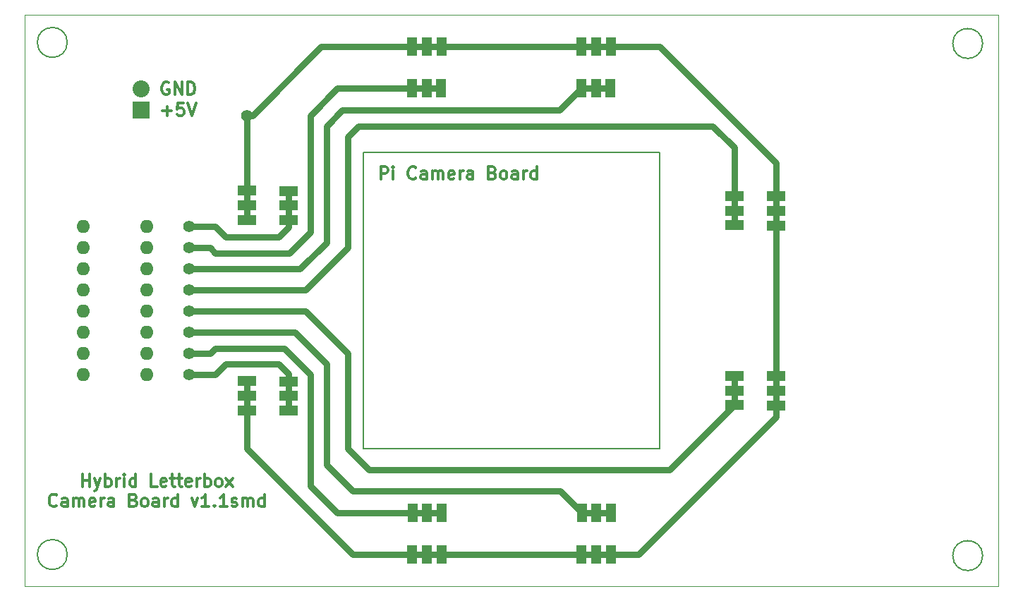
<source format=gbr>
G04 #@! TF.FileFunction,Copper,L1,Top,Signal*
%FSLAX46Y46*%
G04 Gerber Fmt 4.6, Leading zero omitted, Abs format (unit mm)*
G04 Created by KiCad (PCBNEW 4.0.1-stable) date 2016 February 23, Tuesday 14:22:00*
%MOMM*%
G01*
G04 APERTURE LIST*
%ADD10C,0.100000*%
%ADD11C,0.200000*%
%ADD12C,0.300000*%
%ADD13R,2.300000X1.150000*%
%ADD14R,1.150000X2.300000*%
%ADD15O,1.600000X1.600000*%
%ADD16R,2.032000X2.032000*%
%ADD17O,2.032000X2.032000*%
%ADD18C,1.400000*%
%ADD19C,0.800000*%
G04 APERTURE END LIST*
D10*
D11*
X201313051Y-74549000D02*
G75*
G03X201313051Y-74549000I-1796051J0D01*
G01*
X201313051Y-136017000D02*
G75*
G03X201313051Y-136017000I-1796051J0D01*
G01*
X91458051Y-135890000D02*
G75*
G03X91458051Y-135890000I-1796051J0D01*
G01*
X91458051Y-74422000D02*
G75*
G03X91458051Y-74422000I-1796051J0D01*
G01*
D10*
X86360000Y-139700000D02*
X86360000Y-71120000D01*
X203200000Y-139700000D02*
X86360000Y-139700000D01*
X203200000Y-71120000D02*
X203200000Y-139700000D01*
X86360000Y-71120000D02*
X203200000Y-71120000D01*
D12*
X93306429Y-127748571D02*
X93306429Y-126248571D01*
X93306429Y-126962857D02*
X94163572Y-126962857D01*
X94163572Y-127748571D02*
X94163572Y-126248571D01*
X94735001Y-126748571D02*
X95092144Y-127748571D01*
X95449286Y-126748571D02*
X95092144Y-127748571D01*
X94949286Y-128105714D01*
X94877858Y-128177143D01*
X94735001Y-128248571D01*
X96020715Y-127748571D02*
X96020715Y-126248571D01*
X96020715Y-126820000D02*
X96163572Y-126748571D01*
X96449286Y-126748571D01*
X96592143Y-126820000D01*
X96663572Y-126891429D01*
X96735001Y-127034286D01*
X96735001Y-127462857D01*
X96663572Y-127605714D01*
X96592143Y-127677143D01*
X96449286Y-127748571D01*
X96163572Y-127748571D01*
X96020715Y-127677143D01*
X97377858Y-127748571D02*
X97377858Y-126748571D01*
X97377858Y-127034286D02*
X97449286Y-126891429D01*
X97520715Y-126820000D01*
X97663572Y-126748571D01*
X97806429Y-126748571D01*
X98306429Y-127748571D02*
X98306429Y-126748571D01*
X98306429Y-126248571D02*
X98235000Y-126320000D01*
X98306429Y-126391429D01*
X98377857Y-126320000D01*
X98306429Y-126248571D01*
X98306429Y-126391429D01*
X99663572Y-127748571D02*
X99663572Y-126248571D01*
X99663572Y-127677143D02*
X99520715Y-127748571D01*
X99235001Y-127748571D01*
X99092143Y-127677143D01*
X99020715Y-127605714D01*
X98949286Y-127462857D01*
X98949286Y-127034286D01*
X99020715Y-126891429D01*
X99092143Y-126820000D01*
X99235001Y-126748571D01*
X99520715Y-126748571D01*
X99663572Y-126820000D01*
X102235001Y-127748571D02*
X101520715Y-127748571D01*
X101520715Y-126248571D01*
X103306429Y-127677143D02*
X103163572Y-127748571D01*
X102877858Y-127748571D01*
X102735001Y-127677143D01*
X102663572Y-127534286D01*
X102663572Y-126962857D01*
X102735001Y-126820000D01*
X102877858Y-126748571D01*
X103163572Y-126748571D01*
X103306429Y-126820000D01*
X103377858Y-126962857D01*
X103377858Y-127105714D01*
X102663572Y-127248571D01*
X103806429Y-126748571D02*
X104377858Y-126748571D01*
X104020715Y-126248571D02*
X104020715Y-127534286D01*
X104092143Y-127677143D01*
X104235001Y-127748571D01*
X104377858Y-127748571D01*
X104663572Y-126748571D02*
X105235001Y-126748571D01*
X104877858Y-126248571D02*
X104877858Y-127534286D01*
X104949286Y-127677143D01*
X105092144Y-127748571D01*
X105235001Y-127748571D01*
X106306429Y-127677143D02*
X106163572Y-127748571D01*
X105877858Y-127748571D01*
X105735001Y-127677143D01*
X105663572Y-127534286D01*
X105663572Y-126962857D01*
X105735001Y-126820000D01*
X105877858Y-126748571D01*
X106163572Y-126748571D01*
X106306429Y-126820000D01*
X106377858Y-126962857D01*
X106377858Y-127105714D01*
X105663572Y-127248571D01*
X107020715Y-127748571D02*
X107020715Y-126748571D01*
X107020715Y-127034286D02*
X107092143Y-126891429D01*
X107163572Y-126820000D01*
X107306429Y-126748571D01*
X107449286Y-126748571D01*
X107949286Y-127748571D02*
X107949286Y-126248571D01*
X107949286Y-126820000D02*
X108092143Y-126748571D01*
X108377857Y-126748571D01*
X108520714Y-126820000D01*
X108592143Y-126891429D01*
X108663572Y-127034286D01*
X108663572Y-127462857D01*
X108592143Y-127605714D01*
X108520714Y-127677143D01*
X108377857Y-127748571D01*
X108092143Y-127748571D01*
X107949286Y-127677143D01*
X109520715Y-127748571D02*
X109377857Y-127677143D01*
X109306429Y-127605714D01*
X109235000Y-127462857D01*
X109235000Y-127034286D01*
X109306429Y-126891429D01*
X109377857Y-126820000D01*
X109520715Y-126748571D01*
X109735000Y-126748571D01*
X109877857Y-126820000D01*
X109949286Y-126891429D01*
X110020715Y-127034286D01*
X110020715Y-127462857D01*
X109949286Y-127605714D01*
X109877857Y-127677143D01*
X109735000Y-127748571D01*
X109520715Y-127748571D01*
X110520715Y-127748571D02*
X111306429Y-126748571D01*
X110520715Y-126748571D02*
X111306429Y-127748571D01*
X90199287Y-130005714D02*
X90127858Y-130077143D01*
X89913572Y-130148571D01*
X89770715Y-130148571D01*
X89556430Y-130077143D01*
X89413572Y-129934286D01*
X89342144Y-129791429D01*
X89270715Y-129505714D01*
X89270715Y-129291429D01*
X89342144Y-129005714D01*
X89413572Y-128862857D01*
X89556430Y-128720000D01*
X89770715Y-128648571D01*
X89913572Y-128648571D01*
X90127858Y-128720000D01*
X90199287Y-128791429D01*
X91485001Y-130148571D02*
X91485001Y-129362857D01*
X91413572Y-129220000D01*
X91270715Y-129148571D01*
X90985001Y-129148571D01*
X90842144Y-129220000D01*
X91485001Y-130077143D02*
X91342144Y-130148571D01*
X90985001Y-130148571D01*
X90842144Y-130077143D01*
X90770715Y-129934286D01*
X90770715Y-129791429D01*
X90842144Y-129648571D01*
X90985001Y-129577143D01*
X91342144Y-129577143D01*
X91485001Y-129505714D01*
X92199287Y-130148571D02*
X92199287Y-129148571D01*
X92199287Y-129291429D02*
X92270715Y-129220000D01*
X92413573Y-129148571D01*
X92627858Y-129148571D01*
X92770715Y-129220000D01*
X92842144Y-129362857D01*
X92842144Y-130148571D01*
X92842144Y-129362857D02*
X92913573Y-129220000D01*
X93056430Y-129148571D01*
X93270715Y-129148571D01*
X93413573Y-129220000D01*
X93485001Y-129362857D01*
X93485001Y-130148571D01*
X94770715Y-130077143D02*
X94627858Y-130148571D01*
X94342144Y-130148571D01*
X94199287Y-130077143D01*
X94127858Y-129934286D01*
X94127858Y-129362857D01*
X94199287Y-129220000D01*
X94342144Y-129148571D01*
X94627858Y-129148571D01*
X94770715Y-129220000D01*
X94842144Y-129362857D01*
X94842144Y-129505714D01*
X94127858Y-129648571D01*
X95485001Y-130148571D02*
X95485001Y-129148571D01*
X95485001Y-129434286D02*
X95556429Y-129291429D01*
X95627858Y-129220000D01*
X95770715Y-129148571D01*
X95913572Y-129148571D01*
X97056429Y-130148571D02*
X97056429Y-129362857D01*
X96985000Y-129220000D01*
X96842143Y-129148571D01*
X96556429Y-129148571D01*
X96413572Y-129220000D01*
X97056429Y-130077143D02*
X96913572Y-130148571D01*
X96556429Y-130148571D01*
X96413572Y-130077143D01*
X96342143Y-129934286D01*
X96342143Y-129791429D01*
X96413572Y-129648571D01*
X96556429Y-129577143D01*
X96913572Y-129577143D01*
X97056429Y-129505714D01*
X99413572Y-129362857D02*
X99627858Y-129434286D01*
X99699286Y-129505714D01*
X99770715Y-129648571D01*
X99770715Y-129862857D01*
X99699286Y-130005714D01*
X99627858Y-130077143D01*
X99485000Y-130148571D01*
X98913572Y-130148571D01*
X98913572Y-128648571D01*
X99413572Y-128648571D01*
X99556429Y-128720000D01*
X99627858Y-128791429D01*
X99699286Y-128934286D01*
X99699286Y-129077143D01*
X99627858Y-129220000D01*
X99556429Y-129291429D01*
X99413572Y-129362857D01*
X98913572Y-129362857D01*
X100627858Y-130148571D02*
X100485000Y-130077143D01*
X100413572Y-130005714D01*
X100342143Y-129862857D01*
X100342143Y-129434286D01*
X100413572Y-129291429D01*
X100485000Y-129220000D01*
X100627858Y-129148571D01*
X100842143Y-129148571D01*
X100985000Y-129220000D01*
X101056429Y-129291429D01*
X101127858Y-129434286D01*
X101127858Y-129862857D01*
X101056429Y-130005714D01*
X100985000Y-130077143D01*
X100842143Y-130148571D01*
X100627858Y-130148571D01*
X102413572Y-130148571D02*
X102413572Y-129362857D01*
X102342143Y-129220000D01*
X102199286Y-129148571D01*
X101913572Y-129148571D01*
X101770715Y-129220000D01*
X102413572Y-130077143D02*
X102270715Y-130148571D01*
X101913572Y-130148571D01*
X101770715Y-130077143D01*
X101699286Y-129934286D01*
X101699286Y-129791429D01*
X101770715Y-129648571D01*
X101913572Y-129577143D01*
X102270715Y-129577143D01*
X102413572Y-129505714D01*
X103127858Y-130148571D02*
X103127858Y-129148571D01*
X103127858Y-129434286D02*
X103199286Y-129291429D01*
X103270715Y-129220000D01*
X103413572Y-129148571D01*
X103556429Y-129148571D01*
X104699286Y-130148571D02*
X104699286Y-128648571D01*
X104699286Y-130077143D02*
X104556429Y-130148571D01*
X104270715Y-130148571D01*
X104127857Y-130077143D01*
X104056429Y-130005714D01*
X103985000Y-129862857D01*
X103985000Y-129434286D01*
X104056429Y-129291429D01*
X104127857Y-129220000D01*
X104270715Y-129148571D01*
X104556429Y-129148571D01*
X104699286Y-129220000D01*
X106413572Y-129148571D02*
X106770715Y-130148571D01*
X107127857Y-129148571D01*
X108485000Y-130148571D02*
X107627857Y-130148571D01*
X108056429Y-130148571D02*
X108056429Y-128648571D01*
X107913572Y-128862857D01*
X107770714Y-129005714D01*
X107627857Y-129077143D01*
X109127857Y-130005714D02*
X109199285Y-130077143D01*
X109127857Y-130148571D01*
X109056428Y-130077143D01*
X109127857Y-130005714D01*
X109127857Y-130148571D01*
X110627857Y-130148571D02*
X109770714Y-130148571D01*
X110199286Y-130148571D02*
X110199286Y-128648571D01*
X110056429Y-128862857D01*
X109913571Y-129005714D01*
X109770714Y-129077143D01*
X111199285Y-130077143D02*
X111342142Y-130148571D01*
X111627857Y-130148571D01*
X111770714Y-130077143D01*
X111842142Y-129934286D01*
X111842142Y-129862857D01*
X111770714Y-129720000D01*
X111627857Y-129648571D01*
X111413571Y-129648571D01*
X111270714Y-129577143D01*
X111199285Y-129434286D01*
X111199285Y-129362857D01*
X111270714Y-129220000D01*
X111413571Y-129148571D01*
X111627857Y-129148571D01*
X111770714Y-129220000D01*
X112485000Y-130148571D02*
X112485000Y-129148571D01*
X112485000Y-129291429D02*
X112556428Y-129220000D01*
X112699286Y-129148571D01*
X112913571Y-129148571D01*
X113056428Y-129220000D01*
X113127857Y-129362857D01*
X113127857Y-130148571D01*
X113127857Y-129362857D02*
X113199286Y-129220000D01*
X113342143Y-129148571D01*
X113556428Y-129148571D01*
X113699286Y-129220000D01*
X113770714Y-129362857D01*
X113770714Y-130148571D01*
X115127857Y-130148571D02*
X115127857Y-128648571D01*
X115127857Y-130077143D02*
X114985000Y-130148571D01*
X114699286Y-130148571D01*
X114556428Y-130077143D01*
X114485000Y-130005714D01*
X114413571Y-129862857D01*
X114413571Y-129434286D01*
X114485000Y-129291429D01*
X114556428Y-129220000D01*
X114699286Y-129148571D01*
X114985000Y-129148571D01*
X115127857Y-129220000D01*
X102846429Y-82657143D02*
X103989286Y-82657143D01*
X103417857Y-83228571D02*
X103417857Y-82085714D01*
X105417858Y-81728571D02*
X104703572Y-81728571D01*
X104632143Y-82442857D01*
X104703572Y-82371429D01*
X104846429Y-82300000D01*
X105203572Y-82300000D01*
X105346429Y-82371429D01*
X105417858Y-82442857D01*
X105489286Y-82585714D01*
X105489286Y-82942857D01*
X105417858Y-83085714D01*
X105346429Y-83157143D01*
X105203572Y-83228571D01*
X104846429Y-83228571D01*
X104703572Y-83157143D01*
X104632143Y-83085714D01*
X105917857Y-81728571D02*
X106417857Y-83228571D01*
X106917857Y-81728571D01*
X103632143Y-79260000D02*
X103489286Y-79188571D01*
X103275000Y-79188571D01*
X103060715Y-79260000D01*
X102917857Y-79402857D01*
X102846429Y-79545714D01*
X102775000Y-79831429D01*
X102775000Y-80045714D01*
X102846429Y-80331429D01*
X102917857Y-80474286D01*
X103060715Y-80617143D01*
X103275000Y-80688571D01*
X103417857Y-80688571D01*
X103632143Y-80617143D01*
X103703572Y-80545714D01*
X103703572Y-80045714D01*
X103417857Y-80045714D01*
X104346429Y-80688571D02*
X104346429Y-79188571D01*
X105203572Y-80688571D01*
X105203572Y-79188571D01*
X105917858Y-80688571D02*
X105917858Y-79188571D01*
X106275001Y-79188571D01*
X106489286Y-79260000D01*
X106632144Y-79402857D01*
X106703572Y-79545714D01*
X106775001Y-79831429D01*
X106775001Y-80045714D01*
X106703572Y-80331429D01*
X106632144Y-80474286D01*
X106489286Y-80617143D01*
X106275001Y-80688571D01*
X105917858Y-80688571D01*
X129072858Y-90848571D02*
X129072858Y-89348571D01*
X129644286Y-89348571D01*
X129787144Y-89420000D01*
X129858572Y-89491429D01*
X129930001Y-89634286D01*
X129930001Y-89848571D01*
X129858572Y-89991429D01*
X129787144Y-90062857D01*
X129644286Y-90134286D01*
X129072858Y-90134286D01*
X130572858Y-90848571D02*
X130572858Y-89848571D01*
X130572858Y-89348571D02*
X130501429Y-89420000D01*
X130572858Y-89491429D01*
X130644286Y-89420000D01*
X130572858Y-89348571D01*
X130572858Y-89491429D01*
X133287144Y-90705714D02*
X133215715Y-90777143D01*
X133001429Y-90848571D01*
X132858572Y-90848571D01*
X132644287Y-90777143D01*
X132501429Y-90634286D01*
X132430001Y-90491429D01*
X132358572Y-90205714D01*
X132358572Y-89991429D01*
X132430001Y-89705714D01*
X132501429Y-89562857D01*
X132644287Y-89420000D01*
X132858572Y-89348571D01*
X133001429Y-89348571D01*
X133215715Y-89420000D01*
X133287144Y-89491429D01*
X134572858Y-90848571D02*
X134572858Y-90062857D01*
X134501429Y-89920000D01*
X134358572Y-89848571D01*
X134072858Y-89848571D01*
X133930001Y-89920000D01*
X134572858Y-90777143D02*
X134430001Y-90848571D01*
X134072858Y-90848571D01*
X133930001Y-90777143D01*
X133858572Y-90634286D01*
X133858572Y-90491429D01*
X133930001Y-90348571D01*
X134072858Y-90277143D01*
X134430001Y-90277143D01*
X134572858Y-90205714D01*
X135287144Y-90848571D02*
X135287144Y-89848571D01*
X135287144Y-89991429D02*
X135358572Y-89920000D01*
X135501430Y-89848571D01*
X135715715Y-89848571D01*
X135858572Y-89920000D01*
X135930001Y-90062857D01*
X135930001Y-90848571D01*
X135930001Y-90062857D02*
X136001430Y-89920000D01*
X136144287Y-89848571D01*
X136358572Y-89848571D01*
X136501430Y-89920000D01*
X136572858Y-90062857D01*
X136572858Y-90848571D01*
X137858572Y-90777143D02*
X137715715Y-90848571D01*
X137430001Y-90848571D01*
X137287144Y-90777143D01*
X137215715Y-90634286D01*
X137215715Y-90062857D01*
X137287144Y-89920000D01*
X137430001Y-89848571D01*
X137715715Y-89848571D01*
X137858572Y-89920000D01*
X137930001Y-90062857D01*
X137930001Y-90205714D01*
X137215715Y-90348571D01*
X138572858Y-90848571D02*
X138572858Y-89848571D01*
X138572858Y-90134286D02*
X138644286Y-89991429D01*
X138715715Y-89920000D01*
X138858572Y-89848571D01*
X139001429Y-89848571D01*
X140144286Y-90848571D02*
X140144286Y-90062857D01*
X140072857Y-89920000D01*
X139930000Y-89848571D01*
X139644286Y-89848571D01*
X139501429Y-89920000D01*
X140144286Y-90777143D02*
X140001429Y-90848571D01*
X139644286Y-90848571D01*
X139501429Y-90777143D01*
X139430000Y-90634286D01*
X139430000Y-90491429D01*
X139501429Y-90348571D01*
X139644286Y-90277143D01*
X140001429Y-90277143D01*
X140144286Y-90205714D01*
X142501429Y-90062857D02*
X142715715Y-90134286D01*
X142787143Y-90205714D01*
X142858572Y-90348571D01*
X142858572Y-90562857D01*
X142787143Y-90705714D01*
X142715715Y-90777143D01*
X142572857Y-90848571D01*
X142001429Y-90848571D01*
X142001429Y-89348571D01*
X142501429Y-89348571D01*
X142644286Y-89420000D01*
X142715715Y-89491429D01*
X142787143Y-89634286D01*
X142787143Y-89777143D01*
X142715715Y-89920000D01*
X142644286Y-89991429D01*
X142501429Y-90062857D01*
X142001429Y-90062857D01*
X143715715Y-90848571D02*
X143572857Y-90777143D01*
X143501429Y-90705714D01*
X143430000Y-90562857D01*
X143430000Y-90134286D01*
X143501429Y-89991429D01*
X143572857Y-89920000D01*
X143715715Y-89848571D01*
X143930000Y-89848571D01*
X144072857Y-89920000D01*
X144144286Y-89991429D01*
X144215715Y-90134286D01*
X144215715Y-90562857D01*
X144144286Y-90705714D01*
X144072857Y-90777143D01*
X143930000Y-90848571D01*
X143715715Y-90848571D01*
X145501429Y-90848571D02*
X145501429Y-90062857D01*
X145430000Y-89920000D01*
X145287143Y-89848571D01*
X145001429Y-89848571D01*
X144858572Y-89920000D01*
X145501429Y-90777143D02*
X145358572Y-90848571D01*
X145001429Y-90848571D01*
X144858572Y-90777143D01*
X144787143Y-90634286D01*
X144787143Y-90491429D01*
X144858572Y-90348571D01*
X145001429Y-90277143D01*
X145358572Y-90277143D01*
X145501429Y-90205714D01*
X146215715Y-90848571D02*
X146215715Y-89848571D01*
X146215715Y-90134286D02*
X146287143Y-89991429D01*
X146358572Y-89920000D01*
X146501429Y-89848571D01*
X146644286Y-89848571D01*
X147787143Y-90848571D02*
X147787143Y-89348571D01*
X147787143Y-90777143D02*
X147644286Y-90848571D01*
X147358572Y-90848571D01*
X147215714Y-90777143D01*
X147144286Y-90705714D01*
X147072857Y-90562857D01*
X147072857Y-90134286D01*
X147144286Y-89991429D01*
X147215714Y-89920000D01*
X147358572Y-89848571D01*
X147644286Y-89848571D01*
X147787143Y-89920000D01*
D11*
X127000000Y-87630000D02*
X144780000Y-87630000D01*
X127000000Y-88900000D02*
X127000000Y-87630000D01*
X127000000Y-123190000D02*
X127000000Y-88900000D01*
X162560000Y-123190000D02*
X127000000Y-123190000D01*
X162560000Y-87630000D02*
X162560000Y-123190000D01*
X144780000Y-87630000D02*
X162560000Y-87630000D01*
D13*
X113030000Y-115062000D03*
X113030000Y-116840000D03*
X113030000Y-118618000D03*
X118046500Y-115125500D03*
X118046500Y-116840000D03*
X118046500Y-118618000D03*
D14*
X132842000Y-135890000D03*
X134620000Y-135890000D03*
X136398000Y-135890000D03*
X132905500Y-130873500D03*
X134620000Y-130873500D03*
X136398000Y-130873500D03*
X153162000Y-135890000D03*
X154940000Y-135890000D03*
X156718000Y-135890000D03*
X153225500Y-130873500D03*
X154940000Y-130873500D03*
X156718000Y-130873500D03*
D13*
X176530000Y-117983000D03*
X176530000Y-116205000D03*
X176530000Y-114427000D03*
X171513500Y-117919500D03*
X171513500Y-116205000D03*
X171513500Y-114427000D03*
X176530000Y-96393000D03*
X176530000Y-94615000D03*
X176530000Y-92837000D03*
X171513500Y-96329500D03*
X171513500Y-94615000D03*
X171513500Y-92837000D03*
D14*
X156718000Y-74930000D03*
X154940000Y-74930000D03*
X153162000Y-74930000D03*
X156654500Y-79946500D03*
X154940000Y-79946500D03*
X153162000Y-79946500D03*
X136398000Y-74930000D03*
X134620000Y-74930000D03*
X132842000Y-74930000D03*
X136334500Y-79946500D03*
X134620000Y-79946500D03*
X132842000Y-79946500D03*
D13*
X113030000Y-92202000D03*
X113030000Y-93980000D03*
X113030000Y-95758000D03*
X118046500Y-92265500D03*
X118046500Y-93980000D03*
X118046500Y-95758000D03*
D15*
X93345000Y-96520000D03*
X93345000Y-99060000D03*
X93345000Y-101600000D03*
X93345000Y-104140000D03*
X93345000Y-106680000D03*
X93345000Y-109220000D03*
X93345000Y-111760000D03*
X93345000Y-114300000D03*
X100965000Y-114300000D03*
X100965000Y-111760000D03*
X100965000Y-109220000D03*
X100965000Y-106680000D03*
X100965000Y-104140000D03*
X100965000Y-101600000D03*
X100965000Y-99060000D03*
X100965000Y-96520000D03*
D16*
X100330000Y-82550000D03*
D17*
X100330000Y-80010000D03*
D18*
X113030000Y-83185000D03*
X106045000Y-114300000D03*
X106045000Y-111760000D03*
X106045000Y-109220000D03*
X106045000Y-106680000D03*
X106045000Y-104140000D03*
X106045000Y-101600000D03*
X106045000Y-99060000D03*
X106045000Y-96520000D03*
D19*
X132842000Y-135890000D02*
X125730000Y-135890000D01*
X113030000Y-123190000D02*
X113030000Y-118618000D01*
X125730000Y-135890000D02*
X113030000Y-123190000D01*
X113030000Y-118618000D02*
X113030000Y-116840000D01*
X113030000Y-116840000D02*
X113030000Y-115062000D01*
X156718000Y-135890000D02*
X154940000Y-135890000D01*
X153162000Y-135890000D02*
X136398000Y-135890000D01*
X136398000Y-135890000D02*
X134620000Y-135890000D01*
X134620000Y-135890000D02*
X132842000Y-135890000D01*
X176530000Y-117983000D02*
X176530000Y-119380000D01*
X160020000Y-135890000D02*
X154940000Y-135890000D01*
X176530000Y-119380000D02*
X160020000Y-135890000D01*
X154940000Y-135890000D02*
X153162000Y-135890000D01*
X176530000Y-92837000D02*
X176530000Y-94615000D01*
X176530000Y-96393000D02*
X176530000Y-114427000D01*
X176530000Y-114427000D02*
X176530000Y-116205000D01*
X176530000Y-116205000D02*
X176530000Y-117983000D01*
X156718000Y-74930000D02*
X162560000Y-74930000D01*
X176530000Y-88900000D02*
X176530000Y-94615000D01*
X162560000Y-74930000D02*
X176530000Y-88900000D01*
X176530000Y-94615000D02*
X176530000Y-96393000D01*
X136398000Y-74930000D02*
X153162000Y-74930000D01*
X153162000Y-74930000D02*
X154940000Y-74930000D01*
X154940000Y-74930000D02*
X156718000Y-74930000D01*
X132842000Y-74930000D02*
X134620000Y-74930000D01*
X113030000Y-83185000D02*
X113665000Y-83185000D01*
X121920000Y-74930000D02*
X134620000Y-74930000D01*
X113665000Y-83185000D02*
X121920000Y-74930000D01*
X134620000Y-74930000D02*
X136398000Y-74930000D01*
X113030000Y-83185000D02*
X113030000Y-92202000D01*
X113030000Y-92202000D02*
X113030000Y-93980000D01*
X113030000Y-93980000D02*
X113030000Y-95758000D01*
X118046500Y-115125500D02*
X118046500Y-116840000D01*
X118046500Y-114236500D02*
X118046500Y-116840000D01*
X116840000Y-113030000D02*
X118046500Y-114236500D01*
X110490000Y-113030000D02*
X116840000Y-113030000D01*
X109220000Y-114300000D02*
X110490000Y-113030000D01*
X106045000Y-114300000D02*
X109220000Y-114300000D01*
X118046500Y-116840000D02*
X118046500Y-118618000D01*
X134620000Y-130873500D02*
X132905500Y-130873500D01*
X123888500Y-130873500D02*
X134620000Y-130873500D01*
X120650000Y-127635000D02*
X123888500Y-130873500D01*
X120650000Y-114300000D02*
X120650000Y-127635000D01*
X117475000Y-111125000D02*
X120650000Y-114300000D01*
X109220000Y-111125000D02*
X117475000Y-111125000D01*
X108585000Y-111760000D02*
X109220000Y-111125000D01*
X106045000Y-111760000D02*
X108585000Y-111760000D01*
X134620000Y-130873500D02*
X136398000Y-130873500D01*
X154940000Y-130873500D02*
X153225500Y-130873500D01*
X150622000Y-128270000D02*
X153225500Y-130873500D01*
X125730000Y-128270000D02*
X150622000Y-128270000D01*
X122555000Y-125095000D02*
X125730000Y-128270000D01*
X122555000Y-113030000D02*
X122555000Y-125095000D01*
X118745000Y-109220000D02*
X122555000Y-113030000D01*
X106045000Y-109220000D02*
X118745000Y-109220000D01*
X153225500Y-130873500D02*
X156718000Y-130873500D01*
X171513500Y-114427000D02*
X171513500Y-116205000D01*
X163703000Y-125730000D02*
X171513500Y-117919500D01*
X127635000Y-125730000D02*
X163703000Y-125730000D01*
X125095000Y-123190000D02*
X127635000Y-125730000D01*
X125095000Y-111760000D02*
X125095000Y-123190000D01*
X120015000Y-106680000D02*
X125095000Y-111760000D01*
X106045000Y-106680000D02*
X120015000Y-106680000D01*
X171513500Y-117919500D02*
X171513500Y-114427000D01*
X171513500Y-94615000D02*
X171513500Y-92837000D01*
X171513500Y-94615000D02*
X171513500Y-96329500D01*
X171513500Y-87058500D02*
X171513500Y-94615000D01*
X168910000Y-84455000D02*
X171513500Y-87058500D01*
X126365000Y-84455000D02*
X168910000Y-84455000D01*
X125095000Y-85725000D02*
X126365000Y-84455000D01*
X125095000Y-99060000D02*
X125095000Y-85725000D01*
X120015000Y-104140000D02*
X125095000Y-99060000D01*
X106045000Y-104140000D02*
X120015000Y-104140000D01*
X154940000Y-79946500D02*
X156654500Y-79946500D01*
X150558500Y-82550000D02*
X153162000Y-79946500D01*
X124460000Y-82550000D02*
X150558500Y-82550000D01*
X122555000Y-84455000D02*
X124460000Y-82550000D01*
X122555000Y-98425000D02*
X122555000Y-84455000D01*
X119380000Y-101600000D02*
X122555000Y-98425000D01*
X106045000Y-101600000D02*
X119380000Y-101600000D01*
X153162000Y-79946500D02*
X156654500Y-79946500D01*
X134620000Y-79946500D02*
X132842000Y-79946500D01*
X123888500Y-79946500D02*
X134620000Y-79946500D01*
X120650000Y-83185000D02*
X123888500Y-79946500D01*
X120650000Y-97155000D02*
X120650000Y-83185000D01*
X118110000Y-99695000D02*
X120650000Y-97155000D01*
X109220000Y-99695000D02*
X118110000Y-99695000D01*
X108585000Y-99060000D02*
X109220000Y-99695000D01*
X106045000Y-99060000D02*
X108585000Y-99060000D01*
X134620000Y-79946500D02*
X136334500Y-79946500D01*
X118046500Y-95758000D02*
X118046500Y-93980000D01*
X118046500Y-96583500D02*
X118046500Y-93980000D01*
X116840000Y-97790000D02*
X118046500Y-96583500D01*
X110490000Y-97790000D02*
X116840000Y-97790000D01*
X109220000Y-96520000D02*
X110490000Y-97790000D01*
X106045000Y-96520000D02*
X109220000Y-96520000D01*
X118046500Y-93980000D02*
X118046500Y-92265500D01*
M02*

</source>
